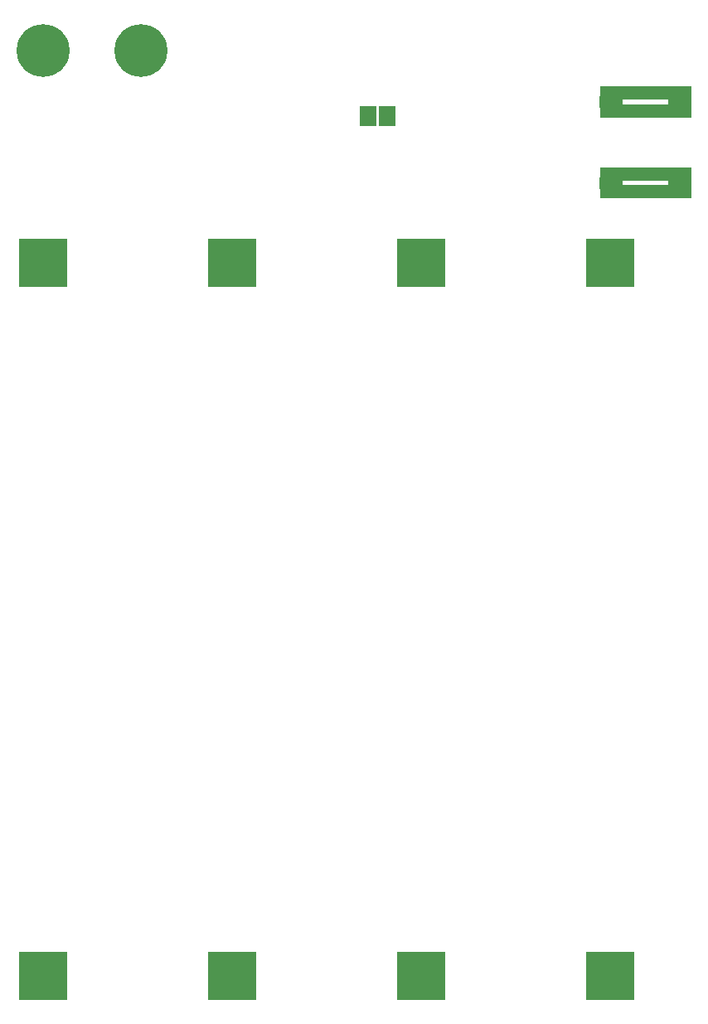
<source format=gbr>
%FSLAX34Y34*%
%MOMM*%
%LNSOLDERMASK_BOTTOM*%
G71*
G01*
%ADD10R,2.400X1.200*%
%ADD11R,9.400X1.400*%
%ADD12C,5.400*%
%ADD13R,1.700X2.000*%
%LPD*%
G36*
X74500Y-81500D02*
X74500Y-130500D01*
X25500Y-130500D01*
X25500Y-81500D01*
X74500Y-81500D01*
G37*
G36*
X74500Y-809500D02*
X74500Y-858500D01*
X25500Y-858500D01*
X25500Y-809500D01*
X74500Y-809500D01*
G37*
G36*
X267500Y-81500D02*
X267500Y-130500D01*
X218500Y-130500D01*
X218500Y-81500D01*
X267500Y-81500D01*
G37*
G36*
X267500Y-809500D02*
X267500Y-858500D01*
X218500Y-858500D01*
X218500Y-809500D01*
X267500Y-809500D01*
G37*
G36*
X460500Y-81500D02*
X460500Y-130500D01*
X411500Y-130500D01*
X411500Y-81500D01*
X460500Y-81500D01*
G37*
G36*
X460500Y-809500D02*
X460500Y-858500D01*
X411500Y-858500D01*
X411500Y-809500D01*
X460500Y-809500D01*
G37*
G36*
X653500Y-81500D02*
X653500Y-130500D01*
X604500Y-130500D01*
X604500Y-81500D01*
X653500Y-81500D01*
G37*
G36*
X653500Y-809500D02*
X653500Y-858500D01*
X604500Y-858500D01*
X604500Y-809500D01*
X653500Y-809500D01*
G37*
X630000Y58000D02*
G54D10*
D03*
X700000Y58000D02*
G54D10*
D03*
X665000Y49000D02*
G54D11*
D03*
X665000Y67000D02*
G54D11*
D03*
X630000Y-24600D02*
G54D10*
D03*
X700000Y-24600D02*
G54D10*
D03*
X665000Y-33600D02*
G54D11*
D03*
X665000Y-15600D02*
G54D11*
D03*
X50000Y110500D02*
G54D12*
D03*
X150000Y110500D02*
G54D12*
D03*
X382000Y44000D02*
G54D13*
D03*
X401000Y44000D02*
G54D13*
D03*
M02*

</source>
